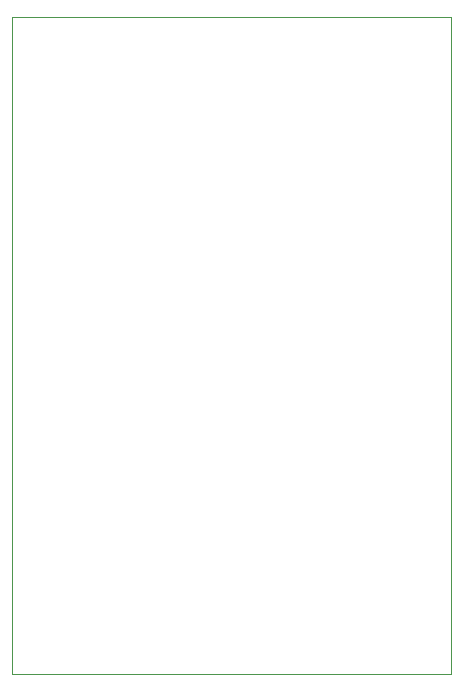
<source format=gm1>
%TF.GenerationSoftware,KiCad,Pcbnew,8.0.5*%
%TF.CreationDate,2024-11-06T11:00:09+13:00*%
%TF.ProjectId,usb_gpib_v3,7573625f-6770-4696-925f-76332e6b6963,C*%
%TF.SameCoordinates,Original*%
%TF.FileFunction,Profile,NP*%
%FSLAX46Y46*%
G04 Gerber Fmt 4.6, Leading zero omitted, Abs format (unit mm)*
G04 Created by KiCad (PCBNEW 8.0.5) date 2024-11-06 11:00:09*
%MOMM*%
%LPD*%
G01*
G04 APERTURE LIST*
%TA.AperFunction,Profile*%
%ADD10C,0.100000*%
%TD*%
G04 APERTURE END LIST*
D10*
X96459500Y-64262000D02*
X133664500Y-64262000D01*
X133664500Y-119888000D01*
X96459500Y-119888000D01*
X96459500Y-64262000D01*
M02*

</source>
